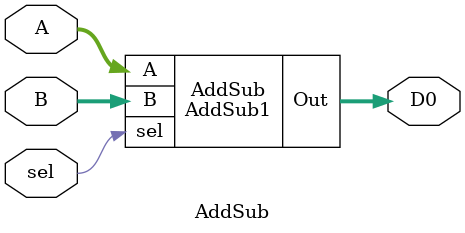
<source format=sv>
`timescale 1ns/1ps
module FullAdder (
    input logic A,
    input logic B,
    input logic Z,
    output logic S,
    output logic Cout
);
    assign S = A ^ B ^ Z;
    assign Cout = (A & B) | (Z & (A ^ B));
endmodule

module Adder (
    input logic [31:0] A,
    input logic [31:0] B,
    input logic C_in,
    output logic [31:0] Sum
);
    logic [32:0] carry; // Lưu trữ các bit Cout từ mỗi Full Adder

    // Tính toán carry bắt đầu từ carry đầu vào
    assign carry[0] = C_in;

    // Dùng vòng lặp for để liên kết các FullAdder lại với nhau
    generate
        genvar i;
        for (i = 0; i < 32; i = i + 1) begin : adder_loop
            FullAdder full_adder (
                .A(A[i]),
                .B(B[i]),
                .Z(carry[i]),
                .S(Sum[i]),
                .Cout(carry[i+1])
            );
        end
    endgenerate
endmodule

module AddSub1(
    input logic [31:0] A,
    input logic [31:0] B,
    input logic sel,
    output logic [31:0] Out  
);

    logic C_in; // Ngõ vào carry-in cho adder


    // Kiểm tra giá trị của sel để quyết định phép toán
    always_comb begin
    case (sel)
        1'b0: C_in = 1'b0; // Thực hiện phép cộng khi sel = 0
        1'b1: C_in = 1'b1; // Thực hiện phép trừ khi sel = 1  
    endcase
end

    // Sử dụng bộ adder để thực hiện phép toán
  Adder adder_inst (
    .A(A),
    .B(B), 
    .C_in(C_in), // Truyền giá trị của Cin từ module ALU
    .Sum(Out)
    
);


endmodule
module AddSub(
    input logic [31:0] A,
    input logic [31:0] B,
	 input logic sel,
    output logic [31:0] D0 // Ngõ ra của flip-flop
	
);	
		AddSub1   AddSub(
	 .A(A),
    .B(B), 
    .sel(sel),
    .Out(D0)
);	
	
			
endmodule
   
</source>
